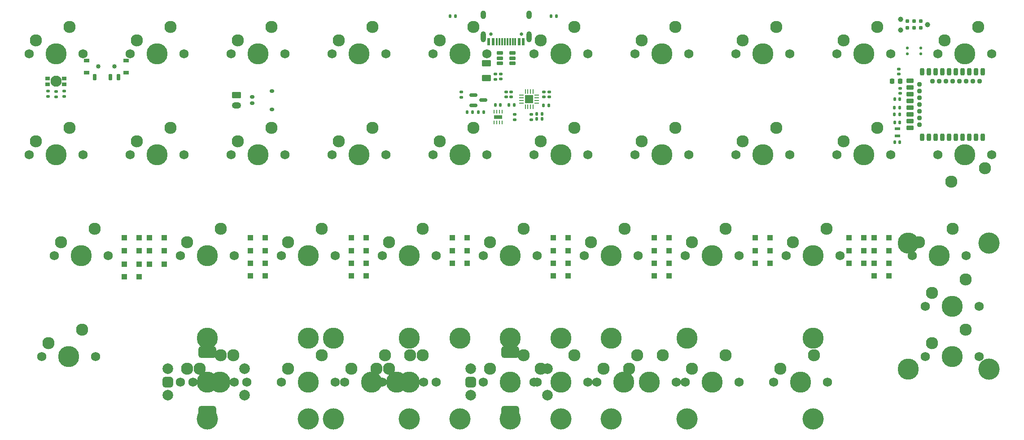
<source format=gbr>
%TF.GenerationSoftware,KiCad,Pcbnew,8.0.8*%
%TF.CreationDate,2025-05-03T23:17:50+02:00*%
%TF.ProjectId,pandemonium BLE e7 cutout,70616e64-656d-46f6-9e69-756d20424c45,rev?*%
%TF.SameCoordinates,Original*%
%TF.FileFunction,Soldermask,Bot*%
%TF.FilePolarity,Negative*%
%FSLAX46Y46*%
G04 Gerber Fmt 4.6, Leading zero omitted, Abs format (unit mm)*
G04 Created by KiCad (PCBNEW 8.0.8) date 2025-05-03 23:17:50*
%MOMM*%
%LPD*%
G01*
G04 APERTURE LIST*
G04 Aperture macros list*
%AMRoundRect*
0 Rectangle with rounded corners*
0 $1 Rounding radius*
0 $2 $3 $4 $5 $6 $7 $8 $9 X,Y pos of 4 corners*
0 Add a 4 corners polygon primitive as box body*
4,1,4,$2,$3,$4,$5,$6,$7,$8,$9,$2,$3,0*
0 Add four circle primitives for the rounded corners*
1,1,$1+$1,$2,$3*
1,1,$1+$1,$4,$5*
1,1,$1+$1,$6,$7*
1,1,$1+$1,$8,$9*
0 Add four rect primitives between the rounded corners*
20,1,$1+$1,$2,$3,$4,$5,0*
20,1,$1+$1,$4,$5,$6,$7,0*
20,1,$1+$1,$6,$7,$8,$9,0*
20,1,$1+$1,$8,$9,$2,$3,0*%
G04 Aperture macros list end*
%ADD10C,1.750000*%
%ADD11C,3.987800*%
%ADD12C,2.300000*%
%ADD13C,4.000000*%
%ADD14C,2.000000*%
%ADD15RoundRect,0.500000X-0.500000X-0.500000X0.500000X-0.500000X0.500000X0.500000X-0.500000X0.500000X0*%
%ADD16RoundRect,0.550000X-1.150000X-0.550000X1.150000X-0.550000X1.150000X0.550000X-1.150000X0.550000X0*%
%ADD17RoundRect,0.250000X0.300000X0.300000X-0.300000X0.300000X-0.300000X-0.300000X0.300000X-0.300000X0*%
%ADD18RoundRect,0.140000X0.170000X-0.140000X0.170000X0.140000X-0.170000X0.140000X-0.170000X-0.140000X0*%
%ADD19RoundRect,0.137500X0.137500X0.147500X-0.137500X0.147500X-0.137500X-0.147500X0.137500X-0.147500X0*%
%ADD20RoundRect,0.135000X0.185000X-0.135000X0.185000X0.135000X-0.185000X0.135000X-0.185000X-0.135000X0*%
%ADD21RoundRect,0.250000X-0.625000X0.375000X-0.625000X-0.375000X0.625000X-0.375000X0.625000X0.375000X0*%
%ADD22RoundRect,0.135000X0.135000X0.185000X-0.135000X0.185000X-0.135000X-0.185000X0.135000X-0.185000X0*%
%ADD23RoundRect,0.135000X-0.135000X-0.185000X0.135000X-0.185000X0.135000X0.185000X-0.135000X0.185000X0*%
%ADD24RoundRect,0.135000X-0.185000X0.135000X-0.185000X-0.135000X0.185000X-0.135000X0.185000X0.135000X0*%
%ADD25R,1.100000X0.600000*%
%ADD26RoundRect,0.250000X-0.300000X-0.300000X0.300000X-0.300000X0.300000X0.300000X-0.300000X0.300000X0*%
%ADD27RoundRect,0.140000X-0.170000X0.140000X-0.170000X-0.140000X0.170000X-0.140000X0.170000X0.140000X0*%
%ADD28RoundRect,0.218750X0.218750X0.256250X-0.218750X0.256250X-0.218750X-0.256250X0.218750X-0.256250X0*%
%ADD29C,0.990600*%
%ADD30C,0.787400*%
%ADD31RoundRect,0.140000X0.140000X0.170000X-0.140000X0.170000X-0.140000X-0.170000X0.140000X-0.170000X0*%
%ADD32RoundRect,0.150000X-0.587500X-0.150000X0.587500X-0.150000X0.587500X0.150000X-0.587500X0.150000X0*%
%ADD33RoundRect,0.250000X-0.625000X0.350000X-0.625000X-0.350000X0.625000X-0.350000X0.625000X0.350000X0*%
%ADD34O,1.750000X1.200000*%
%ADD35C,0.850000*%
%ADD36RoundRect,0.090000X-0.210000X-0.535000X0.210000X-0.535000X0.210000X0.535000X-0.210000X0.535000X0*%
%ADD37RoundRect,0.105000X-0.445000X0.245000X-0.445000X-0.245000X0.445000X-0.245000X0.445000X0.245000X0*%
%ADD38C,2.100000*%
%ADD39RoundRect,0.070000X-0.330000X0.280000X-0.330000X-0.280000X0.330000X-0.280000X0.330000X0.280000X0*%
%ADD40RoundRect,0.150000X-0.275000X0.150000X-0.275000X-0.150000X0.275000X-0.150000X0.275000X0.150000X0*%
%ADD41RoundRect,0.175000X-0.225000X0.175000X-0.225000X-0.175000X0.225000X-0.175000X0.225000X0.175000X0*%
%ADD42C,0.650000*%
%ADD43R,0.600000X1.450000*%
%ADD44R,0.300000X1.450000*%
%ADD45O,1.000000X1.600000*%
%ADD46O,1.000000X2.100000*%
%ADD47RoundRect,0.150000X0.475000X0.150000X-0.475000X0.150000X-0.475000X-0.150000X0.475000X-0.150000X0*%
%ADD48RoundRect,0.140000X-0.140000X-0.170000X0.140000X-0.170000X0.140000X0.170000X-0.140000X0.170000X0*%
%ADD49RoundRect,0.062500X-0.062500X0.287500X-0.062500X-0.287500X0.062500X-0.287500X0.062500X0.287500X0*%
%ADD50R,1.600000X0.800000*%
%ADD51RoundRect,0.062500X-0.375000X-0.062500X0.375000X-0.062500X0.375000X0.062500X-0.375000X0.062500X0*%
%ADD52RoundRect,0.062500X-0.062500X-0.375000X0.062500X-0.375000X0.062500X0.375000X-0.062500X0.375000X0*%
%ADD53R,1.600000X1.600000*%
%ADD54RoundRect,0.200000X0.200000X-0.500000X0.200000X0.500000X-0.200000X0.500000X-0.200000X-0.500000X0*%
%ADD55RoundRect,0.200000X-0.500000X-0.200000X0.500000X-0.200000X0.500000X0.200000X-0.500000X0.200000X0*%
%ADD56RoundRect,0.200000X-0.200000X-0.200000X0.200000X-0.200000X0.200000X0.200000X-0.200000X0.200000X0*%
%ADD57RoundRect,0.147500X-0.172500X0.147500X-0.172500X-0.147500X0.172500X-0.147500X0.172500X0.147500X0*%
G04 APERTURE END LIST*
D10*
%TO.C,MX42*%
X143351250Y-95250000D03*
D11*
X148431250Y-95250000D03*
D10*
X153511250Y-95250000D03*
D12*
X144621250Y-92710000D03*
X150971250Y-90170000D03*
%TD*%
D10*
%TO.C,MX14*%
X64770000Y-95250000D03*
D11*
X69850000Y-95250000D03*
D10*
X74930000Y-95250000D03*
D12*
X66040000Y-92710000D03*
X72390000Y-90170000D03*
%TD*%
D10*
%TO.C,MX41*%
X202882500Y-71437500D03*
D11*
X207962500Y-71437500D03*
D10*
X213042500Y-71437500D03*
D12*
X204152500Y-68897500D03*
X210502500Y-66357500D03*
%TD*%
D10*
%TO.C,MX5*%
X40957500Y-71437500D03*
D11*
X46037500Y-71437500D03*
D10*
X51117500Y-71437500D03*
D12*
X42227500Y-68897500D03*
X48577500Y-66357500D03*
%TD*%
D10*
%TO.C,MX12*%
X64770000Y-71437500D03*
D11*
X69850000Y-71437500D03*
D10*
X74930000Y-71437500D03*
D12*
X66040000Y-68897500D03*
X72390000Y-66357500D03*
%TD*%
D13*
%TO.C,S2*%
X127000000Y-102235000D03*
D11*
X127000000Y-86995000D03*
D13*
X88900000Y-102235000D03*
D11*
X88900000Y-86995000D03*
%TD*%
D14*
%TO.C,SW2*%
X119500000Y-92750000D03*
X119500000Y-97750000D03*
D15*
X119500000Y-95250000D03*
D16*
X127000000Y-89650000D03*
X127000000Y-100850000D03*
D14*
X134000000Y-97750000D03*
X134000000Y-92750000D03*
%TD*%
D10*
%TO.C,MX35*%
X83820000Y-95250000D03*
D11*
X88900000Y-95250000D03*
D10*
X93980000Y-95250000D03*
D12*
X85090000Y-92710000D03*
X91440000Y-90170000D03*
%TD*%
D10*
%TO.C,MX43*%
X148113750Y-95250000D03*
D11*
X153193750Y-95250000D03*
D10*
X158273750Y-95250000D03*
D12*
X149383750Y-92710000D03*
X155733750Y-90170000D03*
%TD*%
D10*
%TO.C,MX26*%
X102870000Y-71437500D03*
D11*
X107950000Y-71437500D03*
D10*
X113030000Y-71437500D03*
D12*
X104140000Y-68897500D03*
X110490000Y-66357500D03*
%TD*%
D10*
%TO.C,MX16*%
X169545000Y-33337500D03*
D11*
X174625000Y-33337500D03*
D10*
X179705000Y-33337500D03*
D12*
X170815000Y-30797500D03*
X177165000Y-28257500D03*
%TD*%
D10*
%TO.C,MX31*%
X112395000Y-52387500D03*
D11*
X117475000Y-52387500D03*
D10*
X122555000Y-52387500D03*
D12*
X113665000Y-49847500D03*
X120015000Y-47307500D03*
%TD*%
D10*
%TO.C,MX29*%
X112395000Y-33337500D03*
D11*
X117475000Y-33337500D03*
D10*
X122555000Y-33337500D03*
D12*
X113665000Y-30797500D03*
X120015000Y-28257500D03*
%TD*%
D10*
%TO.C,MX36*%
X67151250Y-95250000D03*
D11*
X72231250Y-95250000D03*
D10*
X77311250Y-95250000D03*
D12*
X68421250Y-92710000D03*
X74771250Y-90170000D03*
%TD*%
D10*
%TO.C,MX8*%
X55245000Y-33337500D03*
D11*
X60325000Y-33337500D03*
D10*
X65405000Y-33337500D03*
D12*
X56515000Y-30797500D03*
X62865000Y-28257500D03*
%TD*%
D10*
%TO.C,MX37*%
X100488750Y-95250000D03*
D11*
X105568750Y-95250000D03*
D10*
X110648750Y-95250000D03*
D12*
X101758750Y-92710000D03*
X108108750Y-90170000D03*
%TD*%
D13*
%TO.C,S3*%
X184150000Y-102235000D03*
D11*
X184150000Y-86995000D03*
D13*
X146050000Y-102235000D03*
D11*
X146050000Y-86995000D03*
%TD*%
D10*
%TO.C,MX18*%
X169545000Y-52387500D03*
D11*
X174625000Y-52387500D03*
D10*
X179705000Y-52387500D03*
D12*
X170815000Y-49847500D03*
X177165000Y-47307500D03*
%TD*%
D10*
%TO.C,MX24*%
X93345000Y-52387500D03*
D11*
X98425000Y-52387500D03*
D10*
X103505000Y-52387500D03*
D12*
X94615000Y-49847500D03*
X100965000Y-47307500D03*
%TD*%
D10*
%TO.C,MX44*%
X176688750Y-95250000D03*
D11*
X181768750Y-95250000D03*
D10*
X186848750Y-95250000D03*
D12*
X177958750Y-92710000D03*
X184308750Y-90170000D03*
%TD*%
D10*
%TO.C,MX19*%
X83820000Y-71437500D03*
D11*
X88900000Y-71437500D03*
D10*
X93980000Y-71437500D03*
D12*
X85090000Y-68897500D03*
X91440000Y-66357500D03*
%TD*%
D10*
%TO.C,MX21*%
X102870000Y-95250000D03*
D11*
X107950000Y-95250000D03*
D10*
X113030000Y-95250000D03*
D12*
X104140000Y-92710000D03*
X110490000Y-90170000D03*
%TD*%
D10*
%TO.C,MX15*%
X74295000Y-33337500D03*
D11*
X79375000Y-33337500D03*
D10*
X84455000Y-33337500D03*
D12*
X75565000Y-30797500D03*
X81915000Y-28257500D03*
%TD*%
D10*
%TO.C,MX4*%
X131445000Y-52387500D03*
D11*
X136525000Y-52387500D03*
D10*
X141605000Y-52387500D03*
D12*
X132715000Y-49847500D03*
X139065000Y-47307500D03*
%TD*%
D11*
%TO.C,S5*%
X202088750Y-69056250D03*
X202088750Y-92868750D03*
D13*
X217328750Y-69056250D03*
X217328750Y-92868750D03*
%TD*%
D10*
%TO.C,MX2*%
X131445000Y-33337500D03*
D11*
X136525000Y-33337500D03*
D10*
X141605000Y-33337500D03*
D12*
X132715000Y-30797500D03*
X139065000Y-28257500D03*
%TD*%
D10*
%TO.C,MX11*%
X150495000Y-52387500D03*
D11*
X155575000Y-52387500D03*
D10*
X160655000Y-52387500D03*
D12*
X151765000Y-49847500D03*
X158115000Y-47307500D03*
%TD*%
D10*
%TO.C,MX9*%
X150495000Y-33337500D03*
D11*
X155575000Y-33337500D03*
D10*
X160655000Y-33337500D03*
D12*
X151765000Y-30797500D03*
X158115000Y-28257500D03*
%TD*%
D10*
%TO.C,MX38*%
X95726250Y-95250000D03*
D11*
X100806250Y-95250000D03*
D10*
X105886250Y-95250000D03*
D12*
X96996250Y-92710000D03*
X103346250Y-90170000D03*
%TD*%
D10*
%TO.C,MX40*%
X205263750Y-90487500D03*
D11*
X210343750Y-90487500D03*
D10*
X215423750Y-90487500D03*
D12*
X206533750Y-87947500D03*
X212883750Y-85407500D03*
%TD*%
D13*
%TO.C,S8*%
X184150000Y-102235000D03*
D11*
X184150000Y-86995000D03*
D13*
X88900000Y-102235000D03*
D11*
X88900000Y-86995000D03*
%TD*%
D14*
%TO.C,SW1*%
X62350000Y-92750000D03*
X62350000Y-97750000D03*
D15*
X62350000Y-95250000D03*
D16*
X69850000Y-89650000D03*
X69850000Y-100850000D03*
D14*
X76850000Y-97750000D03*
X76850000Y-92750000D03*
%TD*%
D10*
%TO.C,MX20*%
X179070000Y-71437500D03*
D11*
X184150000Y-71437500D03*
D10*
X189230000Y-71437500D03*
D12*
X180340000Y-68897500D03*
X186690000Y-66357500D03*
%TD*%
D10*
%TO.C,MX3*%
X36195000Y-52387500D03*
D11*
X41275000Y-52387500D03*
D10*
X46355000Y-52387500D03*
D12*
X37465000Y-49847500D03*
X43815000Y-47307500D03*
%TD*%
D10*
%TO.C,MX30*%
X207645000Y-33337500D03*
D11*
X212725000Y-33337500D03*
D10*
X217805000Y-33337500D03*
D12*
X208915000Y-30797500D03*
X215265000Y-28257500D03*
%TD*%
D10*
%TO.C,MX39*%
X121920000Y-95250000D03*
D11*
X127000000Y-95250000D03*
D10*
X132080000Y-95250000D03*
D12*
X123190000Y-92710000D03*
X129540000Y-90170000D03*
%TD*%
D13*
%TO.C,S6*%
X117475000Y-102235000D03*
D11*
X117475000Y-86995000D03*
D13*
X93662500Y-102235000D03*
D11*
X93662500Y-86995000D03*
%TD*%
D10*
%TO.C,MX6*%
X140970000Y-71437500D03*
D11*
X146050000Y-71437500D03*
D10*
X151130000Y-71437500D03*
D12*
X142240000Y-68897500D03*
X148590000Y-66357500D03*
%TD*%
D13*
%TO.C,S4*%
X107950000Y-102235000D03*
D11*
X107950000Y-86995000D03*
D13*
X69850000Y-102235000D03*
D11*
X69850000Y-86995000D03*
%TD*%
D10*
%TO.C,MX10*%
X55245000Y-52387500D03*
D11*
X60325000Y-52387500D03*
D10*
X65405000Y-52387500D03*
D12*
X56515000Y-49847500D03*
X62865000Y-47307500D03*
%TD*%
D10*
%TO.C,MX17*%
X74295000Y-52387500D03*
D11*
X79375000Y-52387500D03*
D10*
X84455000Y-52387500D03*
D12*
X75565000Y-49847500D03*
X81915000Y-47307500D03*
%TD*%
D10*
%TO.C,MX27*%
X205263750Y-80962500D03*
D11*
X210343750Y-80962500D03*
D10*
X215423750Y-80962500D03*
D12*
X206533750Y-78422500D03*
X212883750Y-75882500D03*
%TD*%
D13*
%TO.C,S9*%
X184150000Y-102235000D03*
D11*
X184150000Y-86995000D03*
D13*
X69850000Y-102235000D03*
D11*
X69850000Y-86995000D03*
%TD*%
D10*
%TO.C,MX23*%
X188595000Y-33337500D03*
D11*
X193675000Y-33337500D03*
D10*
X198755000Y-33337500D03*
D12*
X189865000Y-30797500D03*
X196215000Y-28257500D03*
%TD*%
D10*
%TO.C,MX1*%
X36195000Y-33337500D03*
D11*
X41275000Y-33337500D03*
D10*
X46355000Y-33337500D03*
D12*
X37465000Y-30797500D03*
X43815000Y-28257500D03*
%TD*%
D10*
%TO.C,MX22*%
X93345000Y-33337500D03*
D11*
X98425000Y-33337500D03*
D10*
X103505000Y-33337500D03*
D12*
X94615000Y-30797500D03*
X100965000Y-28257500D03*
%TD*%
D10*
%TO.C,MX25*%
X188595000Y-52387500D03*
D11*
X193675000Y-52387500D03*
D10*
X198755000Y-52387500D03*
D12*
X189865000Y-49847500D03*
X196215000Y-47307500D03*
%TD*%
D13*
%TO.C,S7*%
X160337500Y-102235000D03*
D11*
X160337500Y-86995000D03*
D13*
X136525000Y-102235000D03*
D11*
X136525000Y-86995000D03*
%TD*%
D10*
%TO.C,MX28*%
X160020000Y-95250000D03*
D11*
X165100000Y-95250000D03*
D10*
X170180000Y-95250000D03*
D12*
X161290000Y-92710000D03*
X167640000Y-90170000D03*
%TD*%
D10*
%TO.C,MX32*%
X217805000Y-52387500D03*
D11*
X212725000Y-52387500D03*
D10*
X207645000Y-52387500D03*
D12*
X216535000Y-54927500D03*
X210185000Y-57467500D03*
%TD*%
D10*
%TO.C,MX7*%
X38576250Y-90487500D03*
D11*
X43656250Y-90487500D03*
D10*
X48736250Y-90487500D03*
D12*
X39846250Y-87947500D03*
X46196250Y-85407500D03*
%TD*%
D10*
%TO.C,MX33*%
X121920000Y-71437500D03*
D11*
X127000000Y-71437500D03*
D10*
X132080000Y-71437500D03*
D12*
X123190000Y-68897500D03*
X129540000Y-66357500D03*
%TD*%
D10*
%TO.C,MX34*%
X131445000Y-95250000D03*
D11*
X136525000Y-95250000D03*
D10*
X141605000Y-95250000D03*
D12*
X132715000Y-92710000D03*
X139065000Y-90170000D03*
%TD*%
D10*
%TO.C,MX13*%
X160020000Y-71437500D03*
D11*
X165100000Y-71437500D03*
D10*
X170180000Y-71437500D03*
D12*
X161290000Y-68897500D03*
X167640000Y-66357500D03*
%TD*%
D17*
%TO.C,D6*%
X137925000Y-72825000D03*
X135125000Y-72825000D03*
%TD*%
D18*
%TO.C,C19*%
X127166250Y-41466938D03*
X127166250Y-40506938D03*
%TD*%
D19*
%TO.C,SW3*%
X204475000Y-32191250D03*
X201925000Y-32191250D03*
X204475000Y-33351250D03*
X201925000Y-33351250D03*
%TD*%
D20*
%TO.C,R4*%
X117795858Y-41552413D03*
X117795858Y-40532413D03*
%TD*%
D21*
%TO.C,F2*%
X122494773Y-35112500D03*
X122494773Y-37912500D03*
%TD*%
D17*
%TO.C,D17*%
X80775000Y-68062500D03*
X77975000Y-68062500D03*
%TD*%
D22*
%TO.C,R2*%
X119893358Y-44298996D03*
X118873358Y-44298996D03*
%TD*%
D23*
%TO.C,R8*%
X199467347Y-43489114D03*
X200487347Y-43489114D03*
%TD*%
D17*
%TO.C,D35*%
X118875000Y-72825000D03*
X116075000Y-72825000D03*
%TD*%
%TO.C,D9*%
X156975000Y-70443750D03*
X154175000Y-70443750D03*
%TD*%
%TO.C,D24*%
X137925000Y-75206250D03*
X135125000Y-75206250D03*
%TD*%
D24*
%TO.C,R16*%
X127793750Y-44704201D03*
X127793750Y-45724201D03*
%TD*%
D25*
%TO.C,Y1*%
X200025000Y-47425000D03*
X200025000Y-48825000D03*
%TD*%
D26*
%TO.C,D31*%
X190881250Y-70443750D03*
X193681250Y-70443750D03*
%TD*%
D17*
%TO.C,D13*%
X156975000Y-72825000D03*
X154175000Y-72825000D03*
%TD*%
D24*
%TO.C,R12*%
X39740282Y-40365000D03*
X39740282Y-41385000D03*
%TD*%
D22*
%TO.C,R3*%
X121956821Y-44314538D03*
X120936821Y-44314538D03*
%TD*%
D17*
%TO.C,D18*%
X176025000Y-68062500D03*
X173225000Y-68062500D03*
%TD*%
%TO.C,D12*%
X61725000Y-68062500D03*
X58925000Y-68062500D03*
%TD*%
D18*
%TO.C,C18*%
X126206250Y-41466938D03*
X126206250Y-40506938D03*
%TD*%
D17*
%TO.C,D20*%
X176025000Y-72825000D03*
X173225000Y-72825000D03*
%TD*%
D24*
%TO.C,R10*%
X42862500Y-40365000D03*
X42862500Y-41385000D03*
%TD*%
D17*
%TO.C,D37*%
X198443750Y-72825000D03*
X195643750Y-72825000D03*
%TD*%
%TO.C,D32*%
X198443750Y-70443750D03*
X195643750Y-70443750D03*
%TD*%
D27*
%TO.C,C8*%
X200597327Y-39825736D03*
X200597327Y-40785736D03*
%TD*%
D28*
%TO.C,L1*%
X200587507Y-38500629D03*
X199012507Y-38500629D03*
%TD*%
D17*
%TO.C,D29*%
X118875000Y-70443750D03*
X116075000Y-70443750D03*
%TD*%
%TO.C,D2*%
X137925000Y-70443750D03*
X135125000Y-70443750D03*
%TD*%
D29*
%TO.C,J1*%
X205740000Y-27781250D03*
X200660000Y-28797250D03*
X200660000Y-26765250D03*
D30*
X204470000Y-28416250D03*
X204470000Y-27146250D03*
X203200000Y-28416250D03*
X203200000Y-27146250D03*
X201930000Y-28416250D03*
X201930000Y-27146250D03*
%TD*%
D31*
%TO.C,C9*%
X200503785Y-49979298D03*
X199543785Y-49979298D03*
%TD*%
D32*
%TO.C,Q1*%
X120033358Y-43018750D03*
X120033358Y-41118750D03*
X121908358Y-42068750D03*
%TD*%
D17*
%TO.C,D15*%
X80775000Y-72825000D03*
X77975000Y-72825000D03*
%TD*%
%TO.C,D28*%
X99825000Y-68062500D03*
X97025000Y-68062500D03*
%TD*%
%TO.C,D34*%
X99825000Y-72825000D03*
X97025000Y-72825000D03*
%TD*%
%TO.C,D16*%
X176025000Y-70443750D03*
X173225000Y-70443750D03*
%TD*%
D23*
%TO.C,R1*%
X199495793Y-44762106D03*
X200515793Y-44762106D03*
%TD*%
D22*
%TO.C,R13*%
X127783953Y-42987500D03*
X126763953Y-42987500D03*
%TD*%
D17*
%TO.C,D40*%
X156975000Y-75206250D03*
X154175000Y-75206250D03*
%TD*%
%TO.C,D23*%
X118875000Y-68062500D03*
X116075000Y-68062500D03*
%TD*%
D33*
%TO.C,J4*%
X75337500Y-41068750D03*
D34*
X75337500Y-43068750D03*
%TD*%
D17*
%TO.C,D4*%
X137925000Y-68062500D03*
X135125000Y-68062500D03*
%TD*%
D35*
%TO.C,SW4*%
X52300000Y-35718750D03*
X49300000Y-35718750D03*
D36*
X48550000Y-37718750D03*
X51550000Y-37718750D03*
X53050000Y-37718750D03*
D37*
X54500000Y-36868750D03*
X54500000Y-34568750D03*
X47100000Y-36868750D03*
X47100000Y-34568750D03*
%TD*%
D18*
%TO.C,C7*%
X200343919Y-37116037D03*
X200343919Y-36156037D03*
%TD*%
D22*
%TO.C,R7*%
X116681250Y-26193750D03*
X115661250Y-26193750D03*
%TD*%
D38*
%TO.C,LED1*%
X41275000Y-38493750D03*
D39*
X42825000Y-37943750D03*
X42825000Y-39043750D03*
X39725000Y-39043750D03*
X39725000Y-37943750D03*
%TD*%
D23*
%TO.C,R15*%
X133280000Y-43087500D03*
X134300000Y-43087500D03*
%TD*%
D18*
%TO.C,C16*%
X133306250Y-41466297D03*
X133306250Y-40506297D03*
%TD*%
D17*
%TO.C,D11*%
X156975000Y-68062500D03*
X154175000Y-68062500D03*
%TD*%
D40*
%TO.C,J3*%
X78293750Y-41468750D03*
X78293750Y-42668750D03*
D41*
X82068750Y-40318750D03*
X82068750Y-43818750D03*
%TD*%
D17*
%TO.C,D3*%
X61725000Y-70443750D03*
X58925000Y-70443750D03*
%TD*%
D26*
%TO.C,D25*%
X190881250Y-68062500D03*
X193681250Y-68062500D03*
%TD*%
D18*
%TO.C,C12*%
X125212500Y-38095000D03*
X125212500Y-37135000D03*
%TD*%
D24*
%TO.C,R14*%
X130952264Y-44711960D03*
X130952264Y-45731960D03*
%TD*%
%TO.C,R11*%
X41275000Y-40409775D03*
X41275000Y-41429775D03*
%TD*%
D17*
%TO.C,D19*%
X80775000Y-70443750D03*
X77975000Y-70443750D03*
%TD*%
%TO.C,D14*%
X80775000Y-75206250D03*
X77975000Y-75206250D03*
%TD*%
%TO.C,D22*%
X99825000Y-70443750D03*
X97025000Y-70443750D03*
%TD*%
D31*
%TO.C,C17*%
X125123750Y-42987500D03*
X124163750Y-42987500D03*
%TD*%
D17*
%TO.C,D1*%
X61725000Y-73025000D03*
X58925000Y-73025000D03*
%TD*%
%TO.C,D10*%
X56962500Y-73025000D03*
X54162500Y-73025000D03*
%TD*%
D42*
%TO.C,J2*%
X123316250Y-29587500D03*
X129096250Y-29587500D03*
D43*
X122956250Y-31032500D03*
X123756250Y-31032500D03*
D44*
X124956250Y-31032500D03*
X125956250Y-31032500D03*
X126456250Y-31032500D03*
X127456250Y-31032500D03*
D43*
X128656250Y-31032500D03*
X129456250Y-31032500D03*
X129456250Y-31032500D03*
X128656250Y-31032500D03*
D44*
X127956250Y-31032500D03*
X126956250Y-31032500D03*
X125456250Y-31032500D03*
X124456250Y-31032500D03*
D43*
X123756250Y-31032500D03*
X122956250Y-31032500D03*
D45*
X121886250Y-25937500D03*
D46*
X121886250Y-30117500D03*
D45*
X130526250Y-25937500D03*
D46*
X130526250Y-30117500D03*
%TD*%
D47*
%TO.C,U2*%
X127381250Y-33181250D03*
X127381250Y-34131250D03*
X127381250Y-35081250D03*
X125031250Y-35081250D03*
X125031250Y-34131250D03*
X125031250Y-33181250D03*
%TD*%
D48*
%TO.C,C14*%
X132019158Y-44646880D03*
X132979158Y-44646880D03*
%TD*%
D26*
%TO.C,D7*%
X54162500Y-70443750D03*
X56962500Y-70443750D03*
%TD*%
D23*
%TO.C,R9*%
X134711250Y-26193750D03*
X135731250Y-26193750D03*
%TD*%
D26*
%TO.C,D5*%
X54162500Y-68062500D03*
X56962500Y-68062500D03*
%TD*%
%TO.C,D27*%
X190881250Y-72825000D03*
X193681250Y-72825000D03*
%TD*%
D17*
%TO.C,D21*%
X99825000Y-75206250D03*
X97025000Y-75206250D03*
%TD*%
D49*
%TO.C,U6*%
X123978475Y-44243750D03*
X124478475Y-44243750D03*
X124978475Y-44243750D03*
X125478475Y-44243750D03*
X125478475Y-46243750D03*
X124978475Y-46243750D03*
X124478475Y-46243750D03*
X123978475Y-46243750D03*
D50*
X124728475Y-45243750D03*
%TD*%
D51*
%TO.C,U7*%
X129137500Y-42625000D03*
X129137500Y-42125000D03*
X129137500Y-41625000D03*
X129137500Y-41125000D03*
D52*
X129825000Y-40437500D03*
X130325000Y-40437500D03*
X130825000Y-40437500D03*
X131325000Y-40437500D03*
D51*
X132012500Y-41125000D03*
X132012500Y-41625000D03*
X132012500Y-42125000D03*
X132012500Y-42625000D03*
D52*
X131325000Y-43312500D03*
X130825000Y-43312500D03*
X130325000Y-43312500D03*
X129825000Y-43312500D03*
D53*
X130575000Y-41875000D03*
%TD*%
D17*
%TO.C,D8*%
X56962500Y-75406250D03*
X54162500Y-75406250D03*
%TD*%
D54*
%TO.C,U1*%
X216167500Y-49062500D03*
X214897500Y-49062500D03*
X213627500Y-49062500D03*
X212357500Y-49062500D03*
X211087500Y-49062500D03*
X209817500Y-49062500D03*
X208547500Y-49062500D03*
X207277500Y-49062500D03*
X206007500Y-49062500D03*
X204737500Y-49062500D03*
D55*
X202437500Y-47302500D03*
D56*
X204237500Y-46672500D03*
D55*
X202437500Y-46032500D03*
D56*
X204237500Y-45402500D03*
D55*
X202437500Y-44762500D03*
D56*
X204237500Y-44132500D03*
D55*
X202437500Y-43492500D03*
D56*
X204237500Y-42862500D03*
D55*
X202437500Y-42222500D03*
D56*
X204237500Y-41592500D03*
D55*
X202437500Y-40952500D03*
D56*
X204237500Y-40322500D03*
D55*
X202437500Y-39682500D03*
D56*
X204237500Y-39052500D03*
D55*
X202437500Y-38412500D03*
D54*
X204737500Y-36662500D03*
X206007500Y-36662500D03*
D56*
X206642500Y-38462500D03*
D54*
X207277500Y-36662500D03*
D56*
X207912500Y-38462500D03*
D54*
X208547500Y-36662500D03*
D56*
X209182500Y-38462500D03*
D54*
X209817500Y-36662500D03*
D56*
X210452500Y-38462500D03*
D54*
X211087500Y-36662500D03*
D56*
X211722500Y-38462500D03*
D54*
X212357500Y-36662500D03*
D56*
X212992500Y-38462500D03*
D54*
X213627500Y-36662500D03*
D56*
X214262500Y-38462500D03*
D54*
X214897500Y-36662500D03*
D56*
X215532500Y-38462500D03*
D54*
X216167500Y-36662500D03*
%TD*%
D17*
%TO.C,D26*%
X198443750Y-68062500D03*
X195643750Y-68062500D03*
%TD*%
%TO.C,D30*%
X198443750Y-75206250D03*
X195643750Y-75206250D03*
%TD*%
D18*
%TO.C,C15*%
X134332884Y-41467201D03*
X134332884Y-40507201D03*
%TD*%
D48*
%TO.C,C13*%
X131994863Y-45589344D03*
X132954863Y-45589344D03*
%TD*%
D31*
%TO.C,C6*%
X200475453Y-41868750D03*
X199515453Y-41868750D03*
%TD*%
D57*
%TO.C,L2*%
X124218750Y-37130000D03*
X124218750Y-38100000D03*
%TD*%
D31*
%TO.C,C10*%
X200465671Y-46306958D03*
X199505671Y-46306958D03*
%TD*%
M02*

</source>
